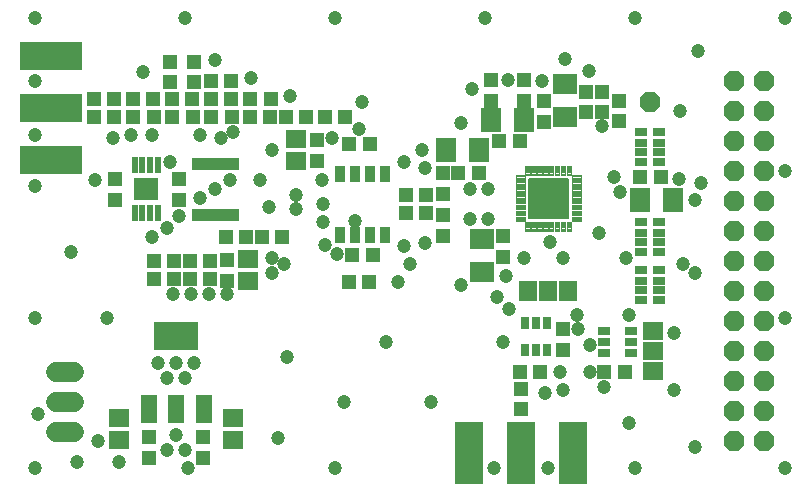
<source format=gts>
G75*
%MOIN*%
%OFA0B0*%
%FSLAX25Y25*%
%IPPOS*%
%LPD*%
%AMOC8*
5,1,8,0,0,1.08239X$1,22.5*
%
%ADD10R,0.05052X0.04934*%
%ADD11R,0.04737X0.05131*%
%ADD12R,0.03950X0.03162*%
%ADD13R,0.03950X0.02769*%
%ADD14R,0.05599X0.09599*%
%ADD15R,0.14973X0.09461*%
%ADD16OC8,0.06800*%
%ADD17R,0.05131X0.04737*%
%ADD18R,0.04934X0.05052*%
%ADD19R,0.03800X0.05300*%
%ADD20R,0.01883X0.04343*%
%ADD21R,0.02375X0.05524*%
%ADD22R,0.08202X0.07414*%
%ADD23R,0.06706X0.05918*%
%ADD24R,0.03162X0.04343*%
%ADD25R,0.04343X0.03162*%
%ADD26R,0.05918X0.06706*%
%ADD27R,0.07099X0.07887*%
%ADD28R,0.07887X0.07099*%
%ADD29C,0.00373*%
%ADD30C,0.00680*%
%ADD31R,0.20800X0.09800*%
%ADD32R,0.09800X0.20800*%
%ADD33C,0.06800*%
%ADD34C,0.04737*%
D10*
X0081506Y0047061D03*
X0081506Y0053951D03*
X0099506Y0053951D03*
X0099506Y0047061D03*
X0107506Y0106061D03*
X0107506Y0112951D03*
X0091506Y0133061D03*
X0091506Y0139951D03*
X0070006Y0139951D03*
X0070006Y0133061D03*
X0137506Y0146061D03*
X0137506Y0152951D03*
X0179506Y0141951D03*
X0179506Y0135061D03*
X0179506Y0127951D03*
X0179506Y0121061D03*
X0199506Y0120951D03*
X0199506Y0114061D03*
X0219506Y0089951D03*
X0219506Y0083061D03*
X0213006Y0159061D03*
X0213006Y0165951D03*
X0206506Y0166061D03*
X0206506Y0172951D03*
X0195506Y0172951D03*
X0195506Y0166061D03*
D11*
X0173853Y0134506D03*
X0167160Y0134506D03*
X0167160Y0128506D03*
X0173853Y0128506D03*
X0154853Y0105506D03*
X0148160Y0105506D03*
X0125853Y0120506D03*
X0119160Y0120506D03*
X0113853Y0120506D03*
X0107160Y0120506D03*
X0101853Y0112506D03*
X0095160Y0112506D03*
X0089853Y0112506D03*
X0083160Y0112506D03*
X0083160Y0106506D03*
X0089853Y0106506D03*
X0095160Y0106506D03*
X0101853Y0106506D03*
X0115160Y0160506D03*
X0121853Y0160506D03*
X0127160Y0160506D03*
X0133853Y0160506D03*
X0140160Y0160506D03*
X0146853Y0160506D03*
X0108853Y0166506D03*
X0102160Y0166506D03*
X0095853Y0166506D03*
X0089160Y0166506D03*
X0082853Y0166506D03*
X0076160Y0166506D03*
X0069853Y0166506D03*
X0069853Y0160506D03*
X0063160Y0160506D03*
X0063160Y0166506D03*
X0102160Y0172506D03*
X0108853Y0172506D03*
X0205160Y0075506D03*
X0211853Y0075506D03*
D12*
X0245554Y0099487D03*
X0251459Y0099487D03*
X0251459Y0109526D03*
X0245554Y0109526D03*
X0245554Y0115487D03*
X0251459Y0115487D03*
X0251459Y0125526D03*
X0245554Y0125526D03*
X0245554Y0145487D03*
X0251459Y0145487D03*
X0251459Y0155526D03*
X0245554Y0155526D03*
D13*
X0245554Y0152081D03*
X0245554Y0148931D03*
X0251459Y0148931D03*
X0251459Y0152081D03*
X0251459Y0122081D03*
X0251459Y0118931D03*
X0245554Y0118931D03*
X0245554Y0122081D03*
X0245554Y0106081D03*
X0245554Y0102931D03*
X0251459Y0102931D03*
X0251459Y0106081D03*
D14*
X0099605Y0063306D03*
X0090506Y0063306D03*
X0081408Y0063306D03*
D15*
X0090506Y0087707D03*
D16*
X0248506Y0165506D03*
X0276506Y0162506D03*
X0276506Y0172506D03*
X0286506Y0172506D03*
X0286506Y0162506D03*
X0286506Y0152506D03*
X0286506Y0142506D03*
X0276506Y0142506D03*
X0276506Y0152506D03*
X0276506Y0132506D03*
X0286506Y0132506D03*
X0286506Y0122506D03*
X0286506Y0112506D03*
X0276506Y0112506D03*
X0276506Y0122506D03*
X0276506Y0102506D03*
X0276506Y0092506D03*
X0286506Y0092506D03*
X0286506Y0102506D03*
X0286506Y0082506D03*
X0286506Y0072506D03*
X0276506Y0072506D03*
X0276506Y0082506D03*
X0276506Y0062506D03*
X0286506Y0062506D03*
X0286506Y0052506D03*
X0276506Y0052506D03*
D17*
X0205506Y0063160D03*
X0205506Y0069853D03*
X0238006Y0159160D03*
X0232506Y0162160D03*
X0227006Y0162160D03*
X0227006Y0168853D03*
X0232506Y0168853D03*
X0238006Y0165853D03*
X0096506Y0172160D03*
X0088506Y0172160D03*
X0088506Y0178853D03*
X0096506Y0178853D03*
D18*
X0115061Y0166506D03*
X0121951Y0166506D03*
X0108951Y0160506D03*
X0102061Y0160506D03*
X0095951Y0160506D03*
X0089061Y0160506D03*
X0082951Y0160506D03*
X0076061Y0160506D03*
X0148061Y0151506D03*
X0154951Y0151506D03*
X0184561Y0142006D03*
X0191451Y0142006D03*
X0198061Y0152506D03*
X0204951Y0152506D03*
X0245061Y0140506D03*
X0251951Y0140506D03*
X0239951Y0075506D03*
X0233061Y0075506D03*
X0155951Y0114506D03*
X0149061Y0114506D03*
D19*
X0150006Y0121270D03*
X0155006Y0121270D03*
X0160006Y0121270D03*
X0145006Y0121270D03*
X0145006Y0141743D03*
X0150006Y0141743D03*
X0155006Y0141743D03*
X0160006Y0141743D03*
D20*
X0110396Y0144971D03*
X0108428Y0144971D03*
X0106459Y0144971D03*
X0104491Y0144971D03*
X0102522Y0144971D03*
X0100554Y0144971D03*
X0098585Y0144971D03*
X0096617Y0144971D03*
X0096617Y0128042D03*
X0098585Y0128042D03*
X0100554Y0128042D03*
X0102522Y0128042D03*
X0104491Y0128042D03*
X0106459Y0128042D03*
X0108428Y0128042D03*
X0110396Y0128042D03*
D21*
X0084345Y0128435D03*
X0081786Y0128435D03*
X0079227Y0128435D03*
X0076668Y0128435D03*
X0076668Y0144577D03*
X0079227Y0144577D03*
X0081786Y0144577D03*
X0084345Y0144577D03*
D22*
X0080506Y0136506D03*
D23*
X0114506Y0113246D03*
X0114506Y0105766D03*
X0130506Y0145766D03*
X0130506Y0153246D03*
X0249506Y0089199D03*
X0249506Y0082506D03*
X0249506Y0075813D03*
X0109506Y0060246D03*
X0109506Y0052766D03*
X0071506Y0052766D03*
X0071506Y0060246D03*
D24*
X0206766Y0082979D03*
X0210506Y0082979D03*
X0214246Y0082979D03*
X0214246Y0092034D03*
X0210506Y0092034D03*
X0206766Y0092034D03*
D25*
X0232979Y0089246D03*
X0232979Y0085506D03*
X0232979Y0081766D03*
X0242034Y0081766D03*
X0242034Y0085506D03*
X0242034Y0089246D03*
D26*
X0221199Y0102506D03*
X0214506Y0102506D03*
X0207813Y0102506D03*
D27*
X0244994Y0133006D03*
X0256018Y0133006D03*
X0206518Y0159506D03*
X0195494Y0159506D03*
X0191518Y0149506D03*
X0180494Y0149506D03*
D28*
X0220006Y0160494D03*
X0220006Y0171518D03*
X0192506Y0120018D03*
X0192506Y0108994D03*
D29*
X0208362Y0122663D02*
X0208362Y0125649D01*
X0208362Y0122663D02*
X0206872Y0122663D01*
X0206872Y0125649D01*
X0208362Y0125649D01*
X0208362Y0123035D02*
X0206872Y0123035D01*
X0206872Y0123407D02*
X0208362Y0123407D01*
X0208362Y0123779D02*
X0206872Y0123779D01*
X0206872Y0124151D02*
X0208362Y0124151D01*
X0208362Y0124523D02*
X0206872Y0124523D01*
X0206872Y0124895D02*
X0208362Y0124895D01*
X0208362Y0125267D02*
X0206872Y0125267D01*
X0206872Y0125639D02*
X0208362Y0125639D01*
X0210330Y0125649D02*
X0210330Y0122663D01*
X0208840Y0122663D01*
X0208840Y0125649D01*
X0210330Y0125649D01*
X0210330Y0123035D02*
X0208840Y0123035D01*
X0208840Y0123407D02*
X0210330Y0123407D01*
X0210330Y0123779D02*
X0208840Y0123779D01*
X0208840Y0124151D02*
X0210330Y0124151D01*
X0210330Y0124523D02*
X0208840Y0124523D01*
X0208840Y0124895D02*
X0210330Y0124895D01*
X0210330Y0125267D02*
X0208840Y0125267D01*
X0208840Y0125639D02*
X0210330Y0125639D01*
X0212299Y0125649D02*
X0212299Y0122663D01*
X0210809Y0122663D01*
X0210809Y0125649D01*
X0212299Y0125649D01*
X0212299Y0123035D02*
X0210809Y0123035D01*
X0210809Y0123407D02*
X0212299Y0123407D01*
X0212299Y0123779D02*
X0210809Y0123779D01*
X0210809Y0124151D02*
X0212299Y0124151D01*
X0212299Y0124523D02*
X0210809Y0124523D01*
X0210809Y0124895D02*
X0212299Y0124895D01*
X0212299Y0125267D02*
X0210809Y0125267D01*
X0210809Y0125639D02*
X0212299Y0125639D01*
X0214267Y0125649D02*
X0214267Y0122663D01*
X0212777Y0122663D01*
X0212777Y0125649D01*
X0214267Y0125649D01*
X0214267Y0123035D02*
X0212777Y0123035D01*
X0212777Y0123407D02*
X0214267Y0123407D01*
X0214267Y0123779D02*
X0212777Y0123779D01*
X0212777Y0124151D02*
X0214267Y0124151D01*
X0214267Y0124523D02*
X0212777Y0124523D01*
X0212777Y0124895D02*
X0214267Y0124895D01*
X0214267Y0125267D02*
X0212777Y0125267D01*
X0212777Y0125639D02*
X0214267Y0125639D01*
X0216236Y0125649D02*
X0216236Y0122663D01*
X0214746Y0122663D01*
X0214746Y0125649D01*
X0216236Y0125649D01*
X0216236Y0123035D02*
X0214746Y0123035D01*
X0214746Y0123407D02*
X0216236Y0123407D01*
X0216236Y0123779D02*
X0214746Y0123779D01*
X0214746Y0124151D02*
X0216236Y0124151D01*
X0216236Y0124523D02*
X0214746Y0124523D01*
X0214746Y0124895D02*
X0216236Y0124895D01*
X0216236Y0125267D02*
X0214746Y0125267D01*
X0214746Y0125639D02*
X0216236Y0125639D01*
X0218204Y0125649D02*
X0218204Y0122663D01*
X0216714Y0122663D01*
X0216714Y0125649D01*
X0218204Y0125649D01*
X0218204Y0123035D02*
X0216714Y0123035D01*
X0216714Y0123407D02*
X0218204Y0123407D01*
X0218204Y0123779D02*
X0216714Y0123779D01*
X0216714Y0124151D02*
X0218204Y0124151D01*
X0218204Y0124523D02*
X0216714Y0124523D01*
X0216714Y0124895D02*
X0218204Y0124895D01*
X0218204Y0125267D02*
X0216714Y0125267D01*
X0216714Y0125639D02*
X0218204Y0125639D01*
X0220173Y0125649D02*
X0220173Y0122663D01*
X0218683Y0122663D01*
X0218683Y0125649D01*
X0220173Y0125649D01*
X0220173Y0123035D02*
X0218683Y0123035D01*
X0218683Y0123407D02*
X0220173Y0123407D01*
X0220173Y0123779D02*
X0218683Y0123779D01*
X0218683Y0124151D02*
X0220173Y0124151D01*
X0220173Y0124523D02*
X0218683Y0124523D01*
X0218683Y0124895D02*
X0220173Y0124895D01*
X0220173Y0125267D02*
X0218683Y0125267D01*
X0218683Y0125639D02*
X0220173Y0125639D01*
X0222141Y0125649D02*
X0222141Y0122663D01*
X0220651Y0122663D01*
X0220651Y0125649D01*
X0222141Y0125649D01*
X0222141Y0123035D02*
X0220651Y0123035D01*
X0220651Y0123407D02*
X0222141Y0123407D01*
X0222141Y0123779D02*
X0220651Y0123779D01*
X0220651Y0124151D02*
X0222141Y0124151D01*
X0222141Y0124523D02*
X0220651Y0124523D01*
X0220651Y0124895D02*
X0222141Y0124895D01*
X0222141Y0125267D02*
X0220651Y0125267D01*
X0220651Y0125639D02*
X0222141Y0125639D01*
X0225350Y0125872D02*
X0225350Y0127362D01*
X0225350Y0125872D02*
X0222364Y0125872D01*
X0222364Y0127362D01*
X0225350Y0127362D01*
X0225350Y0126244D02*
X0222364Y0126244D01*
X0222364Y0126616D02*
X0225350Y0126616D01*
X0225350Y0126988D02*
X0222364Y0126988D01*
X0222364Y0127360D02*
X0225350Y0127360D01*
X0225350Y0127840D02*
X0225350Y0129330D01*
X0225350Y0127840D02*
X0222364Y0127840D01*
X0222364Y0129330D01*
X0225350Y0129330D01*
X0225350Y0128212D02*
X0222364Y0128212D01*
X0222364Y0128584D02*
X0225350Y0128584D01*
X0225350Y0128956D02*
X0222364Y0128956D01*
X0222364Y0129328D02*
X0225350Y0129328D01*
X0225350Y0129809D02*
X0225350Y0131299D01*
X0225350Y0129809D02*
X0222364Y0129809D01*
X0222364Y0131299D01*
X0225350Y0131299D01*
X0225350Y0130181D02*
X0222364Y0130181D01*
X0222364Y0130553D02*
X0225350Y0130553D01*
X0225350Y0130925D02*
X0222364Y0130925D01*
X0222364Y0131297D02*
X0225350Y0131297D01*
X0225350Y0131777D02*
X0225350Y0133267D01*
X0225350Y0131777D02*
X0222364Y0131777D01*
X0222364Y0133267D01*
X0225350Y0133267D01*
X0225350Y0132149D02*
X0222364Y0132149D01*
X0222364Y0132521D02*
X0225350Y0132521D01*
X0225350Y0132893D02*
X0222364Y0132893D01*
X0222364Y0133265D02*
X0225350Y0133265D01*
X0225350Y0133746D02*
X0225350Y0135236D01*
X0225350Y0133746D02*
X0222364Y0133746D01*
X0222364Y0135236D01*
X0225350Y0135236D01*
X0225350Y0134118D02*
X0222364Y0134118D01*
X0222364Y0134490D02*
X0225350Y0134490D01*
X0225350Y0134862D02*
X0222364Y0134862D01*
X0222364Y0135234D02*
X0225350Y0135234D01*
X0225350Y0135714D02*
X0225350Y0137204D01*
X0225350Y0135714D02*
X0222364Y0135714D01*
X0222364Y0137204D01*
X0225350Y0137204D01*
X0225350Y0136086D02*
X0222364Y0136086D01*
X0222364Y0136458D02*
X0225350Y0136458D01*
X0225350Y0136830D02*
X0222364Y0136830D01*
X0222364Y0137202D02*
X0225350Y0137202D01*
X0225350Y0137683D02*
X0225350Y0139173D01*
X0225350Y0137683D02*
X0222364Y0137683D01*
X0222364Y0139173D01*
X0225350Y0139173D01*
X0225350Y0138055D02*
X0222364Y0138055D01*
X0222364Y0138427D02*
X0225350Y0138427D01*
X0225350Y0138799D02*
X0222364Y0138799D01*
X0222364Y0139171D02*
X0225350Y0139171D01*
X0225350Y0139651D02*
X0225350Y0141141D01*
X0225350Y0139651D02*
X0222364Y0139651D01*
X0222364Y0141141D01*
X0225350Y0141141D01*
X0225350Y0140023D02*
X0222364Y0140023D01*
X0222364Y0140395D02*
X0225350Y0140395D01*
X0225350Y0140767D02*
X0222364Y0140767D01*
X0222364Y0141139D02*
X0225350Y0141139D01*
X0222141Y0141364D02*
X0222141Y0144350D01*
X0222141Y0141364D02*
X0220651Y0141364D01*
X0220651Y0144350D01*
X0222141Y0144350D01*
X0222141Y0141736D02*
X0220651Y0141736D01*
X0220651Y0142108D02*
X0222141Y0142108D01*
X0222141Y0142480D02*
X0220651Y0142480D01*
X0220651Y0142852D02*
X0222141Y0142852D01*
X0222141Y0143224D02*
X0220651Y0143224D01*
X0220651Y0143596D02*
X0222141Y0143596D01*
X0222141Y0143968D02*
X0220651Y0143968D01*
X0220651Y0144340D02*
X0222141Y0144340D01*
X0220173Y0144350D02*
X0220173Y0141364D01*
X0218683Y0141364D01*
X0218683Y0144350D01*
X0220173Y0144350D01*
X0220173Y0141736D02*
X0218683Y0141736D01*
X0218683Y0142108D02*
X0220173Y0142108D01*
X0220173Y0142480D02*
X0218683Y0142480D01*
X0218683Y0142852D02*
X0220173Y0142852D01*
X0220173Y0143224D02*
X0218683Y0143224D01*
X0218683Y0143596D02*
X0220173Y0143596D01*
X0220173Y0143968D02*
X0218683Y0143968D01*
X0218683Y0144340D02*
X0220173Y0144340D01*
X0218204Y0144350D02*
X0218204Y0141364D01*
X0216714Y0141364D01*
X0216714Y0144350D01*
X0218204Y0144350D01*
X0218204Y0141736D02*
X0216714Y0141736D01*
X0216714Y0142108D02*
X0218204Y0142108D01*
X0218204Y0142480D02*
X0216714Y0142480D01*
X0216714Y0142852D02*
X0218204Y0142852D01*
X0218204Y0143224D02*
X0216714Y0143224D01*
X0216714Y0143596D02*
X0218204Y0143596D01*
X0218204Y0143968D02*
X0216714Y0143968D01*
X0216714Y0144340D02*
X0218204Y0144340D01*
X0216236Y0144350D02*
X0216236Y0141364D01*
X0214746Y0141364D01*
X0214746Y0144350D01*
X0216236Y0144350D01*
X0216236Y0141736D02*
X0214746Y0141736D01*
X0214746Y0142108D02*
X0216236Y0142108D01*
X0216236Y0142480D02*
X0214746Y0142480D01*
X0214746Y0142852D02*
X0216236Y0142852D01*
X0216236Y0143224D02*
X0214746Y0143224D01*
X0214746Y0143596D02*
X0216236Y0143596D01*
X0216236Y0143968D02*
X0214746Y0143968D01*
X0214746Y0144340D02*
X0216236Y0144340D01*
X0214267Y0144350D02*
X0214267Y0141364D01*
X0212777Y0141364D01*
X0212777Y0144350D01*
X0214267Y0144350D01*
X0214267Y0141736D02*
X0212777Y0141736D01*
X0212777Y0142108D02*
X0214267Y0142108D01*
X0214267Y0142480D02*
X0212777Y0142480D01*
X0212777Y0142852D02*
X0214267Y0142852D01*
X0214267Y0143224D02*
X0212777Y0143224D01*
X0212777Y0143596D02*
X0214267Y0143596D01*
X0214267Y0143968D02*
X0212777Y0143968D01*
X0212777Y0144340D02*
X0214267Y0144340D01*
X0212299Y0144350D02*
X0212299Y0141364D01*
X0210809Y0141364D01*
X0210809Y0144350D01*
X0212299Y0144350D01*
X0212299Y0141736D02*
X0210809Y0141736D01*
X0210809Y0142108D02*
X0212299Y0142108D01*
X0212299Y0142480D02*
X0210809Y0142480D01*
X0210809Y0142852D02*
X0212299Y0142852D01*
X0212299Y0143224D02*
X0210809Y0143224D01*
X0210809Y0143596D02*
X0212299Y0143596D01*
X0212299Y0143968D02*
X0210809Y0143968D01*
X0210809Y0144340D02*
X0212299Y0144340D01*
X0210330Y0144350D02*
X0210330Y0141364D01*
X0208840Y0141364D01*
X0208840Y0144350D01*
X0210330Y0144350D01*
X0210330Y0141736D02*
X0208840Y0141736D01*
X0208840Y0142108D02*
X0210330Y0142108D01*
X0210330Y0142480D02*
X0208840Y0142480D01*
X0208840Y0142852D02*
X0210330Y0142852D01*
X0210330Y0143224D02*
X0208840Y0143224D01*
X0208840Y0143596D02*
X0210330Y0143596D01*
X0210330Y0143968D02*
X0208840Y0143968D01*
X0208840Y0144340D02*
X0210330Y0144340D01*
X0208362Y0144350D02*
X0208362Y0141364D01*
X0206872Y0141364D01*
X0206872Y0144350D01*
X0208362Y0144350D01*
X0208362Y0141736D02*
X0206872Y0141736D01*
X0206872Y0142108D02*
X0208362Y0142108D01*
X0208362Y0142480D02*
X0206872Y0142480D01*
X0206872Y0142852D02*
X0208362Y0142852D01*
X0208362Y0143224D02*
X0206872Y0143224D01*
X0206872Y0143596D02*
X0208362Y0143596D01*
X0208362Y0143968D02*
X0206872Y0143968D01*
X0206872Y0144340D02*
X0208362Y0144340D01*
X0206649Y0141141D02*
X0206649Y0139651D01*
X0203663Y0139651D01*
X0203663Y0141141D01*
X0206649Y0141141D01*
X0206649Y0140023D02*
X0203663Y0140023D01*
X0203663Y0140395D02*
X0206649Y0140395D01*
X0206649Y0140767D02*
X0203663Y0140767D01*
X0203663Y0141139D02*
X0206649Y0141139D01*
X0206649Y0139173D02*
X0206649Y0137683D01*
X0203663Y0137683D01*
X0203663Y0139173D01*
X0206649Y0139173D01*
X0206649Y0138055D02*
X0203663Y0138055D01*
X0203663Y0138427D02*
X0206649Y0138427D01*
X0206649Y0138799D02*
X0203663Y0138799D01*
X0203663Y0139171D02*
X0206649Y0139171D01*
X0206649Y0137204D02*
X0206649Y0135714D01*
X0203663Y0135714D01*
X0203663Y0137204D01*
X0206649Y0137204D01*
X0206649Y0136086D02*
X0203663Y0136086D01*
X0203663Y0136458D02*
X0206649Y0136458D01*
X0206649Y0136830D02*
X0203663Y0136830D01*
X0203663Y0137202D02*
X0206649Y0137202D01*
X0206649Y0135236D02*
X0206649Y0133746D01*
X0203663Y0133746D01*
X0203663Y0135236D01*
X0206649Y0135236D01*
X0206649Y0134118D02*
X0203663Y0134118D01*
X0203663Y0134490D02*
X0206649Y0134490D01*
X0206649Y0134862D02*
X0203663Y0134862D01*
X0203663Y0135234D02*
X0206649Y0135234D01*
X0206649Y0133267D02*
X0206649Y0131777D01*
X0203663Y0131777D01*
X0203663Y0133267D01*
X0206649Y0133267D01*
X0206649Y0132149D02*
X0203663Y0132149D01*
X0203663Y0132521D02*
X0206649Y0132521D01*
X0206649Y0132893D02*
X0203663Y0132893D01*
X0203663Y0133265D02*
X0206649Y0133265D01*
X0206649Y0131299D02*
X0206649Y0129809D01*
X0203663Y0129809D01*
X0203663Y0131299D01*
X0206649Y0131299D01*
X0206649Y0130181D02*
X0203663Y0130181D01*
X0203663Y0130553D02*
X0206649Y0130553D01*
X0206649Y0130925D02*
X0203663Y0130925D01*
X0203663Y0131297D02*
X0206649Y0131297D01*
X0206649Y0129330D02*
X0206649Y0127840D01*
X0203663Y0127840D01*
X0203663Y0129330D01*
X0206649Y0129330D01*
X0206649Y0128212D02*
X0203663Y0128212D01*
X0203663Y0128584D02*
X0206649Y0128584D01*
X0206649Y0128956D02*
X0203663Y0128956D01*
X0203663Y0129328D02*
X0206649Y0129328D01*
X0206649Y0127362D02*
X0206649Y0125872D01*
X0203663Y0125872D01*
X0203663Y0127362D01*
X0206649Y0127362D01*
X0206649Y0126244D02*
X0203663Y0126244D01*
X0203663Y0126616D02*
X0206649Y0126616D01*
X0206649Y0126988D02*
X0203663Y0126988D01*
X0203663Y0127360D02*
X0206649Y0127360D01*
D30*
X0220963Y0127049D02*
X0220963Y0139963D01*
X0220963Y0127049D02*
X0208049Y0127049D01*
X0208049Y0139963D01*
X0220963Y0139963D01*
X0220963Y0127728D02*
X0208049Y0127728D01*
X0208049Y0128407D02*
X0220963Y0128407D01*
X0220963Y0129086D02*
X0208049Y0129086D01*
X0208049Y0129765D02*
X0220963Y0129765D01*
X0220963Y0130444D02*
X0208049Y0130444D01*
X0208049Y0131123D02*
X0220963Y0131123D01*
X0220963Y0131802D02*
X0208049Y0131802D01*
X0208049Y0132481D02*
X0220963Y0132481D01*
X0220963Y0133160D02*
X0208049Y0133160D01*
X0208049Y0133839D02*
X0220963Y0133839D01*
X0220963Y0134518D02*
X0208049Y0134518D01*
X0208049Y0135197D02*
X0220963Y0135197D01*
X0220963Y0135876D02*
X0208049Y0135876D01*
X0208049Y0136555D02*
X0220963Y0136555D01*
X0220963Y0137234D02*
X0208049Y0137234D01*
X0208049Y0137913D02*
X0220963Y0137913D01*
X0220963Y0138592D02*
X0208049Y0138592D01*
X0208049Y0139271D02*
X0220963Y0139271D01*
X0220963Y0139950D02*
X0208049Y0139950D01*
D31*
X0048606Y0146106D03*
X0048606Y0163506D03*
X0048606Y0180906D03*
D32*
X0188106Y0048606D03*
X0205506Y0048606D03*
X0222906Y0048606D03*
D33*
X0056506Y0055506D02*
X0050506Y0055506D01*
X0050506Y0065506D02*
X0056506Y0065506D01*
X0056506Y0075506D02*
X0050506Y0075506D01*
D34*
X0043506Y0043506D03*
X0057506Y0045506D03*
X0064506Y0052506D03*
X0071506Y0045506D03*
X0087506Y0049506D03*
X0090506Y0054506D03*
X0093506Y0049506D03*
X0094506Y0043506D03*
X0124506Y0053506D03*
X0143506Y0043506D03*
X0146506Y0065506D03*
X0127506Y0080506D03*
X0107506Y0101506D03*
X0101506Y0101506D03*
X0095506Y0101506D03*
X0089506Y0101506D03*
X0067506Y0093506D03*
X0084506Y0078506D03*
X0087506Y0073506D03*
X0090506Y0078506D03*
X0093506Y0073506D03*
X0096506Y0078506D03*
X0122506Y0108506D03*
X0126506Y0111506D03*
X0122506Y0113506D03*
X0140006Y0118006D03*
X0144006Y0115006D03*
X0139506Y0125506D03*
X0130506Y0130006D03*
X0130506Y0134506D03*
X0139506Y0131506D03*
X0139006Y0139506D03*
X0122506Y0149506D03*
X0109506Y0155506D03*
X0105506Y0153506D03*
X0098506Y0154506D03*
X0088506Y0145506D03*
X0082506Y0154506D03*
X0075506Y0154506D03*
X0069506Y0153506D03*
X0055506Y0146006D03*
X0049506Y0146006D03*
X0043506Y0146006D03*
X0043506Y0137506D03*
X0063506Y0139506D03*
X0080506Y0136506D03*
X0091506Y0127506D03*
X0087506Y0123506D03*
X0082506Y0120506D03*
X0098506Y0133506D03*
X0103506Y0136506D03*
X0108506Y0139506D03*
X0118506Y0139506D03*
X0121506Y0130506D03*
X0150006Y0126006D03*
X0166506Y0117506D03*
X0173506Y0118506D03*
X0168506Y0111506D03*
X0164506Y0105506D03*
X0185506Y0104506D03*
X0197506Y0100506D03*
X0201506Y0096506D03*
X0200506Y0107506D03*
X0206506Y0113506D03*
X0215006Y0119006D03*
X0219506Y0113506D03*
X0231506Y0122006D03*
X0240506Y0113506D03*
X0259506Y0111506D03*
X0263506Y0108506D03*
X0241506Y0094506D03*
X0256506Y0088506D03*
X0228506Y0084506D03*
X0224506Y0090006D03*
X0224006Y0094506D03*
X0199506Y0085506D03*
X0218506Y0075506D03*
X0219506Y0069506D03*
X0213506Y0068506D03*
X0228506Y0075506D03*
X0233006Y0070506D03*
X0241506Y0058506D03*
X0256506Y0069506D03*
X0263506Y0050506D03*
X0243506Y0043506D03*
X0223006Y0043506D03*
X0223006Y0049506D03*
X0223006Y0055506D03*
X0214506Y0043506D03*
X0196506Y0043506D03*
X0188006Y0043506D03*
X0188006Y0049506D03*
X0188006Y0055506D03*
X0175506Y0065506D03*
X0160506Y0085506D03*
X0188506Y0126506D03*
X0194506Y0126506D03*
X0194506Y0136506D03*
X0188506Y0136506D03*
X0173506Y0143506D03*
X0166506Y0145506D03*
X0172506Y0149506D03*
X0185506Y0158506D03*
X0189006Y0170006D03*
X0201006Y0173006D03*
X0212506Y0172506D03*
X0220006Y0180006D03*
X0228006Y0176006D03*
X0243506Y0193506D03*
X0264506Y0182506D03*
X0258506Y0162506D03*
X0232506Y0157506D03*
X0236506Y0140506D03*
X0238506Y0135506D03*
X0258006Y0140006D03*
X0265506Y0138506D03*
X0263506Y0133006D03*
X0293506Y0142506D03*
X0293506Y0093506D03*
X0293506Y0043506D03*
X0218506Y0129506D03*
X0218506Y0133506D03*
X0214506Y0133506D03*
X0214506Y0129506D03*
X0210506Y0129506D03*
X0210506Y0133506D03*
X0210506Y0137506D03*
X0214506Y0137506D03*
X0218506Y0137506D03*
X0151506Y0156506D03*
X0142506Y0153506D03*
X0152506Y0165506D03*
X0128506Y0167506D03*
X0115506Y0173506D03*
X0103506Y0179506D03*
X0093506Y0193506D03*
X0079506Y0175506D03*
X0055506Y0181006D03*
X0049506Y0181006D03*
X0043506Y0181006D03*
X0043506Y0172506D03*
X0043506Y0154506D03*
X0043506Y0193506D03*
X0143506Y0193506D03*
X0193506Y0193506D03*
X0293506Y0193506D03*
X0055506Y0115506D03*
X0043506Y0093506D03*
X0044506Y0061506D03*
M02*

</source>
